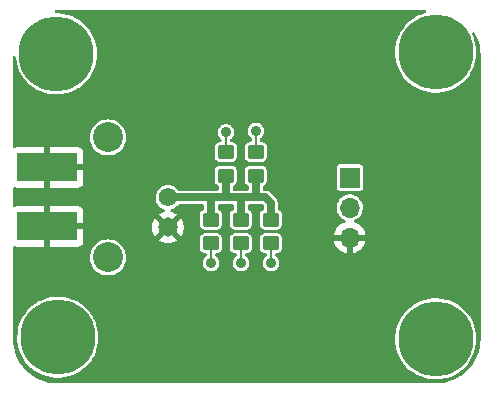
<source format=gbl>
%TF.GenerationSoftware,KiCad,Pcbnew,(6.0.1)*%
%TF.CreationDate,2022-07-06T10:53:35-04:00*%
%TF.ProjectId,DRIVE50,44524956-4535-4302-9e6b-696361645f70,1*%
%TF.SameCoordinates,Original*%
%TF.FileFunction,Copper,L2,Bot*%
%TF.FilePolarity,Positive*%
%FSLAX46Y46*%
G04 Gerber Fmt 4.6, Leading zero omitted, Abs format (unit mm)*
G04 Created by KiCad (PCBNEW (6.0.1)) date 2022-07-06 10:53:35*
%MOMM*%
%LPD*%
G01*
G04 APERTURE LIST*
G04 Aperture macros list*
%AMRoundRect*
0 Rectangle with rounded corners*
0 $1 Rounding radius*
0 $2 $3 $4 $5 $6 $7 $8 $9 X,Y pos of 4 corners*
0 Add a 4 corners polygon primitive as box body*
4,1,4,$2,$3,$4,$5,$6,$7,$8,$9,$2,$3,0*
0 Add four circle primitives for the rounded corners*
1,1,$1+$1,$2,$3*
1,1,$1+$1,$4,$5*
1,1,$1+$1,$6,$7*
1,1,$1+$1,$8,$9*
0 Add four rect primitives between the rounded corners*
20,1,$1+$1,$2,$3,$4,$5,0*
20,1,$1+$1,$4,$5,$6,$7,0*
20,1,$1+$1,$6,$7,$8,$9,0*
20,1,$1+$1,$8,$9,$2,$3,0*%
G04 Aperture macros list end*
%TA.AperFunction,ComponentPad*%
%ADD10C,2.540000*%
%TD*%
%TA.AperFunction,ComponentPad*%
%ADD11C,1.574800*%
%TD*%
%TA.AperFunction,ComponentPad*%
%ADD12C,1.651000*%
%TD*%
%TA.AperFunction,SMDPad,CuDef*%
%ADD13R,5.080000X2.413000*%
%TD*%
%TA.AperFunction,ComponentPad*%
%ADD14C,6.350000*%
%TD*%
%TA.AperFunction,ComponentPad*%
%ADD15R,1.700000X1.700000*%
%TD*%
%TA.AperFunction,ComponentPad*%
%ADD16O,1.700000X1.700000*%
%TD*%
%TA.AperFunction,SMDPad,CuDef*%
%ADD17RoundRect,0.250000X-0.450000X0.350000X-0.450000X-0.350000X0.450000X-0.350000X0.450000X0.350000X0*%
%TD*%
%TA.AperFunction,SMDPad,CuDef*%
%ADD18RoundRect,0.250000X0.450000X-0.350000X0.450000X0.350000X-0.450000X0.350000X-0.450000X-0.350000X0*%
%TD*%
%TA.AperFunction,ViaPad*%
%ADD19C,0.889000*%
%TD*%
%TA.AperFunction,Conductor*%
%ADD20C,0.635000*%
%TD*%
%TA.AperFunction,Conductor*%
%ADD21C,0.203200*%
%TD*%
G04 APERTURE END LIST*
D10*
%TO.P,PB1,*%
%TO.N,*%
X124493000Y-109481000D03*
X124493000Y-99321000D03*
D11*
%TO.P,PB1,1,In*%
%TO.N,Net-(PA1-Pad1)*%
X129573000Y-104401000D03*
D12*
%TO.P,PB1,2,Ext*%
%TO.N,GND*%
X129573000Y-106941000D03*
%TD*%
D13*
%TO.P,PA1,2,Ext*%
%TO.N,GND*%
X119367000Y-106857000D03*
X119367000Y-101857000D03*
%TD*%
D14*
%TO.P,MTG1,1*%
%TO.N,N/C*%
X120123000Y-92250000D03*
%TD*%
%TO.P,MTG4,1*%
%TO.N,N/C*%
X152248000Y-116377000D03*
%TD*%
D15*
%TO.P,J1,1,Pin_1*%
%TO.N,Net-(J1-Pad1)*%
X144964000Y-102721000D03*
D16*
%TO.P,J1,2,Pin_2*%
%TO.N,VCC*%
X144964000Y-105261000D03*
%TO.P,J1,3,Pin_3*%
%TO.N,GND*%
X144964000Y-107801000D03*
%TD*%
D14*
%TO.P,MTG2,1*%
%TO.N,N/C*%
X152248000Y-92123000D03*
%TD*%
%TO.P,MTG3,1*%
%TO.N,N/C*%
X120250000Y-116250000D03*
%TD*%
D17*
%TO.P,R2,1*%
%TO.N,Net-(R2-Pad1)*%
X137020000Y-100563000D03*
%TO.P,R2,2*%
%TO.N,Net-(PA1-Pad1)*%
X137020000Y-102563000D03*
%TD*%
%TO.P,R3,1*%
%TO.N,Net-(R3-Pad1)*%
X134480000Y-100563000D03*
%TO.P,R3,2*%
%TO.N,Net-(PA1-Pad1)*%
X134480000Y-102563000D03*
%TD*%
D18*
%TO.P,R4,1*%
%TO.N,Net-(R4-Pad1)*%
X133210000Y-108278000D03*
%TO.P,R4,2*%
%TO.N,Net-(PA1-Pad1)*%
X133210000Y-106278000D03*
%TD*%
%TO.P,R5,1*%
%TO.N,Net-(R5-Pad1)*%
X135750000Y-108278000D03*
%TO.P,R5,2*%
%TO.N,Net-(PA1-Pad1)*%
X135750000Y-106278000D03*
%TD*%
%TO.P,R6,1*%
%TO.N,Net-(R6-Pad1)*%
X138290000Y-108278000D03*
%TO.P,R6,2*%
%TO.N,Net-(PA1-Pad1)*%
X138290000Y-106278000D03*
%TD*%
D19*
%TO.N,GND*%
X141766000Y-114517000D03*
X122923000Y-106897000D03*
X140957000Y-113247000D03*
X122973800Y-101918600D03*
X132067000Y-101563000D03*
%TO.N,Net-(R3-Pad1)*%
X134480000Y-98896000D03*
%TO.N,Net-(R2-Pad1)*%
X137020000Y-98769000D03*
%TO.N,Net-(R4-Pad1)*%
X133210000Y-109945000D03*
%TO.N,Net-(R5-Pad1)*%
X135750000Y-109945000D03*
%TO.N,Net-(R6-Pad1)*%
X138290000Y-109945000D03*
%TD*%
D20*
%TO.N,Net-(PA1-Pad1)*%
X133210000Y-104484000D02*
X133293000Y-104401000D01*
X135750000Y-105928000D02*
X135750000Y-104572000D01*
X135921000Y-104401000D02*
X137064000Y-104401000D01*
X137020000Y-104357000D02*
X137064000Y-104401000D01*
X137020000Y-102913000D02*
X137020000Y-104357000D01*
X137826000Y-104401000D02*
X138290000Y-104865000D01*
X129573000Y-104401000D02*
X133293000Y-104401000D01*
X138290000Y-104865000D02*
X138290000Y-105928000D01*
X137064000Y-104401000D02*
X137826000Y-104401000D01*
X134480000Y-102913000D02*
X134480000Y-104230000D01*
X134651000Y-104401000D02*
X135921000Y-104401000D01*
X134480000Y-104230000D02*
X134651000Y-104401000D01*
X133293000Y-104401000D02*
X134651000Y-104401000D01*
X133210000Y-105928000D02*
X133210000Y-104484000D01*
X135750000Y-104572000D02*
X135921000Y-104401000D01*
D21*
%TO.N,Net-(R3-Pad1)*%
X134480000Y-98896000D02*
X134480000Y-100213000D01*
%TO.N,Net-(R2-Pad1)*%
X137020000Y-100213000D02*
X137020000Y-98769000D01*
%TO.N,Net-(R4-Pad1)*%
X133210000Y-109945000D02*
X133210000Y-108628000D01*
%TO.N,Net-(R5-Pad1)*%
X135750000Y-109945000D02*
X135750000Y-108628000D01*
%TO.N,Net-(R6-Pad1)*%
X138290000Y-109818000D02*
X138290000Y-108628000D01*
%TD*%
%TA.AperFunction,Conductor*%
%TO.N,GND*%
G36*
X151388550Y-88580202D02*
G01*
X151435043Y-88633858D01*
X151445147Y-88704132D01*
X151415653Y-88768712D01*
X151355927Y-88807096D01*
X151347271Y-88809308D01*
X151335938Y-88811779D01*
X150983663Y-88929648D01*
X150980570Y-88931070D01*
X150980569Y-88931071D01*
X150832466Y-88999191D01*
X150646178Y-89084874D01*
X150327431Y-89275640D01*
X150031152Y-89499714D01*
X149760805Y-89754476D01*
X149519554Y-90036945D01*
X149310220Y-90343817D01*
X149254667Y-90447859D01*
X149193780Y-90561890D01*
X149135252Y-90671502D01*
X149133977Y-90674674D01*
X149133975Y-90674678D01*
X149039435Y-90909856D01*
X148996698Y-91016167D01*
X148896178Y-91373779D01*
X148895616Y-91377136D01*
X148895616Y-91377137D01*
X148872967Y-91512484D01*
X148834867Y-91740156D01*
X148813484Y-92111011D01*
X148832278Y-92482007D01*
X148832815Y-92485362D01*
X148832816Y-92485368D01*
X148858346Y-92644756D01*
X148891029Y-92848803D01*
X148989050Y-93207108D01*
X149125195Y-93552732D01*
X149126778Y-93555747D01*
X149207337Y-93709189D01*
X149297870Y-93881630D01*
X149299771Y-93884459D01*
X149299777Y-93884469D01*
X149385118Y-94011469D01*
X149505057Y-94189956D01*
X149744330Y-94474102D01*
X149746790Y-94476453D01*
X149746793Y-94476456D01*
X150010429Y-94728392D01*
X150010436Y-94728398D01*
X150012892Y-94730745D01*
X150307600Y-94956883D01*
X150310518Y-94958657D01*
X150622092Y-95148097D01*
X150622097Y-95148100D01*
X150625007Y-95149869D01*
X150628095Y-95151315D01*
X150628094Y-95151315D01*
X150958316Y-95306003D01*
X150958326Y-95306007D01*
X150961400Y-95307447D01*
X150964618Y-95308549D01*
X150964621Y-95308550D01*
X151309620Y-95426670D01*
X151309628Y-95426672D01*
X151312843Y-95427773D01*
X151675227Y-95509440D01*
X151726238Y-95515252D01*
X152040927Y-95551107D01*
X152040935Y-95551107D01*
X152044310Y-95551492D01*
X152047714Y-95551510D01*
X152047717Y-95551510D01*
X152249764Y-95552568D01*
X152415776Y-95553437D01*
X152419162Y-95553087D01*
X152419164Y-95553087D01*
X152781888Y-95515603D01*
X152781896Y-95515602D01*
X152785280Y-95515252D01*
X152788613Y-95514537D01*
X152788616Y-95514537D01*
X152967579Y-95476171D01*
X153148498Y-95437385D01*
X153501183Y-95320746D01*
X153504267Y-95319340D01*
X153504276Y-95319337D01*
X153836100Y-95168115D01*
X153836101Y-95168115D01*
X153839207Y-95166699D01*
X153982190Y-95081802D01*
X154155673Y-94978796D01*
X154155678Y-94978793D01*
X154158618Y-94977047D01*
X154455678Y-94754008D01*
X154726912Y-94500191D01*
X154969148Y-94218566D01*
X155111482Y-94011469D01*
X155177622Y-93915236D01*
X155177627Y-93915228D01*
X155179552Y-93912427D01*
X155181164Y-93909433D01*
X155181169Y-93909425D01*
X155354040Y-93588367D01*
X155355662Y-93585355D01*
X155495419Y-93241176D01*
X155597187Y-92883917D01*
X155638068Y-92644756D01*
X155659204Y-92521103D01*
X155659204Y-92521101D01*
X155659776Y-92517756D01*
X155661963Y-92482007D01*
X155682343Y-92148774D01*
X155682453Y-92146977D01*
X155682537Y-92123000D01*
X155662448Y-91752072D01*
X155602417Y-91385484D01*
X155503146Y-91027522D01*
X155501888Y-91024360D01*
X155501885Y-91024352D01*
X155367054Y-90685540D01*
X155365795Y-90682376D01*
X155319405Y-90594760D01*
X155305206Y-90525199D01*
X155330869Y-90459003D01*
X155388247Y-90417190D01*
X155459122Y-90413036D01*
X155520992Y-90447859D01*
X155538832Y-90471025D01*
X155593295Y-90561890D01*
X155599125Y-90572795D01*
X155753139Y-90898432D01*
X155757871Y-90909856D01*
X155879226Y-91249021D01*
X155882815Y-91260853D01*
X155970343Y-91610280D01*
X155972754Y-91622405D01*
X156011332Y-91882474D01*
X156025609Y-91978725D01*
X156026821Y-91991031D01*
X156043009Y-92320553D01*
X156042294Y-92328618D01*
X156042778Y-92328619D01*
X156042754Y-92342808D01*
X156039574Y-92356636D01*
X156042706Y-92370476D01*
X156042698Y-92374992D01*
X156044800Y-92393809D01*
X156044800Y-116319609D01*
X156042763Y-116337553D01*
X156042754Y-116342808D01*
X156039574Y-116356636D01*
X156042705Y-116370474D01*
X156042680Y-116384665D01*
X156042324Y-116384664D01*
X156043037Y-116392874D01*
X156026821Y-116722968D01*
X156025609Y-116735269D01*
X155972755Y-117091592D01*
X155970343Y-117103720D01*
X155882815Y-117453147D01*
X155879226Y-117464979D01*
X155757871Y-117804144D01*
X155753139Y-117815568D01*
X155599125Y-118141205D01*
X155593298Y-118152105D01*
X155501189Y-118305780D01*
X155408104Y-118461083D01*
X155401234Y-118471364D01*
X155186653Y-118760692D01*
X155178809Y-118770250D01*
X154936900Y-119037156D01*
X154928156Y-119045900D01*
X154661250Y-119287809D01*
X154651692Y-119295653D01*
X154362364Y-119510234D01*
X154352083Y-119517104D01*
X154276261Y-119562550D01*
X154061314Y-119691385D01*
X154043110Y-119702296D01*
X154032209Y-119708123D01*
X153916838Y-119762689D01*
X153706568Y-119862139D01*
X153695144Y-119866871D01*
X153355979Y-119988226D01*
X153344147Y-119991815D01*
X153097532Y-120053590D01*
X152994717Y-120079344D01*
X152982595Y-120081754D01*
X152626267Y-120134610D01*
X152613975Y-120135820D01*
X152398622Y-120146400D01*
X152284447Y-120152009D01*
X152276382Y-120151294D01*
X152276381Y-120151778D01*
X152262192Y-120151754D01*
X152248364Y-120148574D01*
X152234524Y-120151706D01*
X152230008Y-120151698D01*
X152211191Y-120153800D01*
X120285391Y-120153800D01*
X120267447Y-120151763D01*
X120262192Y-120151754D01*
X120248364Y-120148574D01*
X120234526Y-120151705D01*
X120220335Y-120151680D01*
X120220336Y-120151324D01*
X120212126Y-120152037D01*
X120104095Y-120146730D01*
X119882027Y-120135820D01*
X119869731Y-120134609D01*
X119513405Y-120081754D01*
X119501283Y-120079344D01*
X119158898Y-119993580D01*
X119149684Y-119990894D01*
X119118722Y-119980574D01*
X119116160Y-119979689D01*
X118800856Y-119866871D01*
X118789432Y-119862139D01*
X118579162Y-119762689D01*
X118463791Y-119708123D01*
X118452890Y-119702296D01*
X118434687Y-119691385D01*
X118219739Y-119562550D01*
X118143917Y-119517104D01*
X118133636Y-119510234D01*
X117844308Y-119295653D01*
X117834750Y-119287809D01*
X117567844Y-119045900D01*
X117559100Y-119037156D01*
X117317191Y-118770250D01*
X117309347Y-118760692D01*
X117094766Y-118471364D01*
X117087896Y-118461083D01*
X116994811Y-118305780D01*
X116902702Y-118152105D01*
X116896875Y-118141205D01*
X116742861Y-117815568D01*
X116738129Y-117804144D01*
X116625311Y-117488840D01*
X116624412Y-117486237D01*
X116617326Y-117464979D01*
X116614108Y-117455324D01*
X116611419Y-117446099D01*
X116525657Y-117103720D01*
X116523245Y-117091592D01*
X116470391Y-116735269D01*
X116469179Y-116722969D01*
X116465501Y-116648103D01*
X116453004Y-116393732D01*
X116454964Y-116371886D01*
X116453996Y-116371775D01*
X116454812Y-116364686D01*
X116456425Y-116357728D01*
X116456426Y-116357000D01*
X116454354Y-116347918D01*
X116451200Y-116319903D01*
X116451200Y-116238011D01*
X116815484Y-116238011D01*
X116815656Y-116241406D01*
X116815656Y-116241407D01*
X116821493Y-116356636D01*
X116834278Y-116609007D01*
X116834815Y-116612362D01*
X116834816Y-116612368D01*
X116860346Y-116771756D01*
X116893029Y-116975803D01*
X116991050Y-117334108D01*
X117127195Y-117679732D01*
X117128778Y-117682747D01*
X117209337Y-117836189D01*
X117299870Y-118008630D01*
X117301771Y-118011459D01*
X117301777Y-118011469D01*
X117403888Y-118163425D01*
X117507057Y-118316956D01*
X117746330Y-118601102D01*
X117748790Y-118603453D01*
X117748793Y-118603456D01*
X118012429Y-118855392D01*
X118012436Y-118855398D01*
X118014892Y-118857745D01*
X118309600Y-119083883D01*
X118312518Y-119085657D01*
X118624092Y-119275097D01*
X118624097Y-119275100D01*
X118627007Y-119276869D01*
X118630095Y-119278315D01*
X118630094Y-119278315D01*
X118960316Y-119433003D01*
X118960326Y-119433007D01*
X118963400Y-119434447D01*
X118966618Y-119435549D01*
X118966621Y-119435550D01*
X119311620Y-119553670D01*
X119311628Y-119553672D01*
X119314843Y-119554773D01*
X119677227Y-119636440D01*
X119728238Y-119642252D01*
X120042927Y-119678107D01*
X120042935Y-119678107D01*
X120046310Y-119678492D01*
X120049714Y-119678510D01*
X120049717Y-119678510D01*
X120251764Y-119679568D01*
X120417776Y-119680437D01*
X120421162Y-119680087D01*
X120421164Y-119680087D01*
X120783888Y-119642603D01*
X120783896Y-119642602D01*
X120787280Y-119642252D01*
X120790613Y-119641537D01*
X120790616Y-119641537D01*
X120969579Y-119603171D01*
X121150498Y-119564385D01*
X121503183Y-119447746D01*
X121506267Y-119446340D01*
X121506276Y-119446337D01*
X121838100Y-119295115D01*
X121838101Y-119295115D01*
X121841207Y-119293699D01*
X122012990Y-119191702D01*
X122157673Y-119105796D01*
X122157678Y-119105793D01*
X122160618Y-119104047D01*
X122249709Y-119037156D01*
X122454945Y-118883060D01*
X122457678Y-118881008D01*
X122728912Y-118627191D01*
X122971148Y-118345566D01*
X123113482Y-118138469D01*
X123179622Y-118042236D01*
X123179627Y-118042228D01*
X123181552Y-118039427D01*
X123183164Y-118036433D01*
X123183169Y-118036425D01*
X123356040Y-117715367D01*
X123357662Y-117712355D01*
X123497419Y-117368176D01*
X123599187Y-117010917D01*
X123640068Y-116771756D01*
X123661204Y-116648103D01*
X123661204Y-116648101D01*
X123661776Y-116644756D01*
X123663963Y-116609007D01*
X123678885Y-116365011D01*
X148813484Y-116365011D01*
X148813656Y-116368406D01*
X148813656Y-116368407D01*
X148827655Y-116644756D01*
X148832278Y-116736007D01*
X148832815Y-116739362D01*
X148832816Y-116739368D01*
X148838004Y-116771756D01*
X148891029Y-117102803D01*
X148989050Y-117461108D01*
X149125195Y-117806732D01*
X149126778Y-117809747D01*
X149231194Y-118008630D01*
X149297870Y-118135630D01*
X149299771Y-118138459D01*
X149299777Y-118138469D01*
X149437052Y-118342754D01*
X149505057Y-118443956D01*
X149744330Y-118728102D01*
X149746790Y-118730453D01*
X149746793Y-118730456D01*
X150010429Y-118982392D01*
X150010436Y-118982398D01*
X150012892Y-118984745D01*
X150307600Y-119210883D01*
X150310518Y-119212657D01*
X150622092Y-119402097D01*
X150622097Y-119402100D01*
X150625007Y-119403869D01*
X150628095Y-119405315D01*
X150628094Y-119405315D01*
X150958316Y-119560003D01*
X150958326Y-119560007D01*
X150961400Y-119561447D01*
X150964618Y-119562549D01*
X150964621Y-119562550D01*
X151309620Y-119680670D01*
X151309628Y-119680672D01*
X151312843Y-119681773D01*
X151675227Y-119763440D01*
X151726238Y-119769252D01*
X152040927Y-119805107D01*
X152040935Y-119805107D01*
X152044310Y-119805492D01*
X152047714Y-119805510D01*
X152047717Y-119805510D01*
X152249764Y-119806568D01*
X152415776Y-119807437D01*
X152419162Y-119807087D01*
X152419164Y-119807087D01*
X152781888Y-119769603D01*
X152781896Y-119769602D01*
X152785280Y-119769252D01*
X152788613Y-119768537D01*
X152788616Y-119768537D01*
X152967579Y-119730171D01*
X153148498Y-119691385D01*
X153501183Y-119574746D01*
X153504267Y-119573340D01*
X153504276Y-119573337D01*
X153836100Y-119422115D01*
X153836101Y-119422115D01*
X153839207Y-119420699D01*
X154063020Y-119287809D01*
X154155673Y-119232796D01*
X154155678Y-119232793D01*
X154158618Y-119231047D01*
X154455678Y-119008008D01*
X154726912Y-118754191D01*
X154969148Y-118472566D01*
X155079606Y-118311849D01*
X155177622Y-118169236D01*
X155177627Y-118169228D01*
X155179552Y-118166427D01*
X155181164Y-118163433D01*
X155181169Y-118163425D01*
X155354040Y-117842367D01*
X155355662Y-117839355D01*
X155495419Y-117495176D01*
X155497966Y-117486237D01*
X155596253Y-117141195D01*
X155597187Y-117137917D01*
X155604058Y-117097719D01*
X155659204Y-116775103D01*
X155659204Y-116775101D01*
X155659776Y-116771756D01*
X155661963Y-116736007D01*
X155682343Y-116402774D01*
X155682453Y-116400977D01*
X155682537Y-116377000D01*
X155662448Y-116006072D01*
X155602417Y-115639484D01*
X155503146Y-115281522D01*
X155501888Y-115278360D01*
X155501885Y-115278352D01*
X155367054Y-114939540D01*
X155365795Y-114936376D01*
X155191973Y-114608083D01*
X154983711Y-114300482D01*
X154743448Y-114017173D01*
X154473992Y-113761469D01*
X154178496Y-113536361D01*
X154175584Y-113534604D01*
X154175579Y-113534601D01*
X153863332Y-113346242D01*
X153863326Y-113346239D01*
X153860417Y-113344484D01*
X153578520Y-113213631D01*
X153526573Y-113189518D01*
X153526571Y-113189517D01*
X153523477Y-113188081D01*
X153347546Y-113128532D01*
X153174842Y-113070075D01*
X153174837Y-113070074D01*
X153171615Y-113068983D01*
X153168293Y-113068247D01*
X153168284Y-113068244D01*
X152812279Y-112989319D01*
X152812275Y-112989318D01*
X152808949Y-112988581D01*
X152657770Y-112971891D01*
X152443103Y-112948191D01*
X152443096Y-112948191D01*
X152439721Y-112947818D01*
X152436322Y-112947812D01*
X152436321Y-112947812D01*
X152260647Y-112947506D01*
X152068250Y-112947170D01*
X151930085Y-112961936D01*
X151702266Y-112986282D01*
X151702260Y-112986283D01*
X151698882Y-112986644D01*
X151335938Y-113065779D01*
X150983663Y-113183648D01*
X150646178Y-113338874D01*
X150327431Y-113529640D01*
X150031152Y-113753714D01*
X149760805Y-114008476D01*
X149519554Y-114290945D01*
X149310220Y-114597817D01*
X149135252Y-114925502D01*
X149133977Y-114928674D01*
X149133975Y-114928678D01*
X149047752Y-115143167D01*
X148996698Y-115270167D01*
X148896178Y-115627779D01*
X148895616Y-115631136D01*
X148895616Y-115631137D01*
X148854689Y-115875708D01*
X148834867Y-115994156D01*
X148813484Y-116365011D01*
X123678885Y-116365011D01*
X123684343Y-116275774D01*
X123684453Y-116273977D01*
X123684537Y-116250000D01*
X123664448Y-115879072D01*
X123604417Y-115512484D01*
X123505146Y-115154522D01*
X123503888Y-115151360D01*
X123503885Y-115151352D01*
X123369054Y-114812540D01*
X123367795Y-114809376D01*
X123257368Y-114600816D01*
X123195568Y-114484095D01*
X123195566Y-114484092D01*
X123193973Y-114481083D01*
X122985711Y-114173482D01*
X122745448Y-113890173D01*
X122475992Y-113634469D01*
X122180496Y-113409361D01*
X122177584Y-113407604D01*
X122177579Y-113407601D01*
X121865332Y-113219242D01*
X121865326Y-113219239D01*
X121862417Y-113217484D01*
X121544853Y-113070075D01*
X121528573Y-113062518D01*
X121528571Y-113062517D01*
X121525477Y-113061081D01*
X121304492Y-112986282D01*
X121176842Y-112943075D01*
X121176837Y-112943074D01*
X121173615Y-112941983D01*
X121170293Y-112941247D01*
X121170284Y-112941244D01*
X120814279Y-112862319D01*
X120814275Y-112862318D01*
X120810949Y-112861581D01*
X120659770Y-112844891D01*
X120445103Y-112821191D01*
X120445096Y-112821191D01*
X120441721Y-112820818D01*
X120438322Y-112820812D01*
X120438321Y-112820812D01*
X120262647Y-112820506D01*
X120070250Y-112820170D01*
X119932085Y-112834936D01*
X119704266Y-112859282D01*
X119704260Y-112859283D01*
X119700882Y-112859644D01*
X119337938Y-112938779D01*
X118985663Y-113056648D01*
X118982570Y-113058070D01*
X118982569Y-113058071D01*
X118793457Y-113145053D01*
X118648178Y-113211874D01*
X118329431Y-113402640D01*
X118033152Y-113626714D01*
X117762805Y-113881476D01*
X117521554Y-114163945D01*
X117312220Y-114470817D01*
X117137252Y-114798502D01*
X117135977Y-114801674D01*
X117135975Y-114801678D01*
X117083040Y-114933360D01*
X116998698Y-115143167D01*
X116898178Y-115500779D01*
X116897616Y-115504136D01*
X116897616Y-115504137D01*
X116874967Y-115639484D01*
X116836867Y-115867156D01*
X116815484Y-116238011D01*
X116451200Y-116238011D01*
X116451200Y-109481000D01*
X122963786Y-109481000D01*
X122982613Y-109720222D01*
X122983767Y-109725029D01*
X122983768Y-109725035D01*
X122998064Y-109784580D01*
X123038631Y-109953553D01*
X123040524Y-109958124D01*
X123040525Y-109958126D01*
X123107460Y-110119721D01*
X123130460Y-110175249D01*
X123255840Y-110379849D01*
X123411682Y-110562318D01*
X123415444Y-110565531D01*
X123506830Y-110643581D01*
X123594151Y-110718160D01*
X123798751Y-110843540D01*
X123803321Y-110845433D01*
X123803323Y-110845434D01*
X124015874Y-110933475D01*
X124020447Y-110935369D01*
X124102037Y-110954957D01*
X124248965Y-110990232D01*
X124248971Y-110990233D01*
X124253778Y-110991387D01*
X124493000Y-111010214D01*
X124732222Y-110991387D01*
X124737029Y-110990233D01*
X124737035Y-110990232D01*
X124883963Y-110954957D01*
X124965553Y-110935369D01*
X124970126Y-110933475D01*
X125182677Y-110845434D01*
X125182679Y-110845433D01*
X125187249Y-110843540D01*
X125391849Y-110718160D01*
X125479171Y-110643581D01*
X125570556Y-110565531D01*
X125574318Y-110562318D01*
X125730160Y-110379849D01*
X125855540Y-110175249D01*
X125878541Y-110119721D01*
X125945475Y-109958126D01*
X125945476Y-109958124D01*
X125947369Y-109953553D01*
X125987936Y-109784580D01*
X126002232Y-109725035D01*
X126002233Y-109725029D01*
X126003387Y-109720222D01*
X126022214Y-109481000D01*
X126003387Y-109241778D01*
X126002233Y-109236971D01*
X126002232Y-109236965D01*
X125963364Y-109075071D01*
X125947369Y-109008447D01*
X125908213Y-108913916D01*
X125857434Y-108791323D01*
X125857433Y-108791321D01*
X125855540Y-108786751D01*
X125787522Y-108675756D01*
X132255500Y-108675756D01*
X132262202Y-108737448D01*
X132312929Y-108872764D01*
X132318309Y-108879943D01*
X132318311Y-108879946D01*
X132384287Y-108967977D01*
X132399596Y-108988404D01*
X132406776Y-108993785D01*
X132508054Y-109069689D01*
X132508057Y-109069691D01*
X132515236Y-109075071D01*
X132602283Y-109107703D01*
X132643157Y-109123026D01*
X132643159Y-109123026D01*
X132650552Y-109125798D01*
X132658402Y-109126651D01*
X132658403Y-109126651D01*
X132708847Y-109132131D01*
X132712244Y-109132500D01*
X132727900Y-109132500D01*
X132796021Y-109152502D01*
X132842514Y-109206158D01*
X132853900Y-109258500D01*
X132853900Y-109270719D01*
X132833898Y-109338840D01*
X132810730Y-109365667D01*
X132686726Y-109473842D01*
X132589444Y-109612261D01*
X132527988Y-109769889D01*
X132505905Y-109937626D01*
X132524470Y-110105790D01*
X132582612Y-110264670D01*
X132586848Y-110270973D01*
X132586848Y-110270974D01*
X132672740Y-110398796D01*
X132672743Y-110398799D01*
X132676974Y-110405096D01*
X132802108Y-110518959D01*
X132950791Y-110599687D01*
X133114438Y-110642619D01*
X133202047Y-110643996D01*
X133276004Y-110645158D01*
X133276007Y-110645158D01*
X133283602Y-110645277D01*
X133341723Y-110631965D01*
X133441114Y-110609202D01*
X133441118Y-110609201D01*
X133448517Y-110607506D01*
X133599662Y-110531488D01*
X133605433Y-110526559D01*
X133605436Y-110526557D01*
X133722539Y-110426541D01*
X133722540Y-110426540D01*
X133728311Y-110421611D01*
X133827037Y-110284219D01*
X133832362Y-110270974D01*
X133869145Y-110179472D01*
X133890141Y-110127243D01*
X133913980Y-109959746D01*
X133914134Y-109945000D01*
X133912331Y-109930095D01*
X133894721Y-109784580D01*
X133893809Y-109777040D01*
X133834006Y-109618778D01*
X133738179Y-109479348D01*
X133732000Y-109473842D01*
X133611859Y-109366801D01*
X133613316Y-109365166D01*
X133575666Y-109318396D01*
X133566100Y-109270238D01*
X133566100Y-109258500D01*
X133586102Y-109190379D01*
X133639758Y-109143886D01*
X133692100Y-109132500D01*
X133707756Y-109132500D01*
X133711153Y-109132131D01*
X133761597Y-109126651D01*
X133761598Y-109126651D01*
X133769448Y-109125798D01*
X133776841Y-109123026D01*
X133776843Y-109123026D01*
X133817717Y-109107703D01*
X133904764Y-109075071D01*
X133911943Y-109069691D01*
X133911946Y-109069689D01*
X134013224Y-108993785D01*
X134020404Y-108988404D01*
X134035713Y-108967977D01*
X134101689Y-108879946D01*
X134101691Y-108879943D01*
X134107071Y-108872764D01*
X134157798Y-108737448D01*
X134164500Y-108675756D01*
X134795500Y-108675756D01*
X134802202Y-108737448D01*
X134852929Y-108872764D01*
X134858309Y-108879943D01*
X134858311Y-108879946D01*
X134924287Y-108967977D01*
X134939596Y-108988404D01*
X134946776Y-108993785D01*
X135048054Y-109069689D01*
X135048057Y-109069691D01*
X135055236Y-109075071D01*
X135142283Y-109107703D01*
X135183157Y-109123026D01*
X135183159Y-109123026D01*
X135190552Y-109125798D01*
X135198402Y-109126651D01*
X135198403Y-109126651D01*
X135248847Y-109132131D01*
X135252244Y-109132500D01*
X135267900Y-109132500D01*
X135336021Y-109152502D01*
X135382514Y-109206158D01*
X135393900Y-109258500D01*
X135393900Y-109270719D01*
X135373898Y-109338840D01*
X135350730Y-109365667D01*
X135226726Y-109473842D01*
X135129444Y-109612261D01*
X135067988Y-109769889D01*
X135045905Y-109937626D01*
X135064470Y-110105790D01*
X135122612Y-110264670D01*
X135126848Y-110270973D01*
X135126848Y-110270974D01*
X135212740Y-110398796D01*
X135212743Y-110398799D01*
X135216974Y-110405096D01*
X135342108Y-110518959D01*
X135490791Y-110599687D01*
X135654438Y-110642619D01*
X135742047Y-110643996D01*
X135816004Y-110645158D01*
X135816007Y-110645158D01*
X135823602Y-110645277D01*
X135881723Y-110631965D01*
X135981114Y-110609202D01*
X135981118Y-110609201D01*
X135988517Y-110607506D01*
X136139662Y-110531488D01*
X136145433Y-110526559D01*
X136145436Y-110526557D01*
X136262539Y-110426541D01*
X136262540Y-110426540D01*
X136268311Y-110421611D01*
X136367037Y-110284219D01*
X136372362Y-110270974D01*
X136409145Y-110179472D01*
X136430141Y-110127243D01*
X136453980Y-109959746D01*
X136454134Y-109945000D01*
X136452331Y-109930095D01*
X136434721Y-109784580D01*
X136433809Y-109777040D01*
X136374006Y-109618778D01*
X136278179Y-109479348D01*
X136272000Y-109473842D01*
X136151859Y-109366801D01*
X136153316Y-109365166D01*
X136115666Y-109318396D01*
X136106100Y-109270238D01*
X136106100Y-109258500D01*
X136126102Y-109190379D01*
X136179758Y-109143886D01*
X136232100Y-109132500D01*
X136247756Y-109132500D01*
X136251153Y-109132131D01*
X136301597Y-109126651D01*
X136301598Y-109126651D01*
X136309448Y-109125798D01*
X136316841Y-109123026D01*
X136316843Y-109123026D01*
X136357717Y-109107703D01*
X136444764Y-109075071D01*
X136451943Y-109069691D01*
X136451946Y-109069689D01*
X136553224Y-108993785D01*
X136560404Y-108988404D01*
X136575713Y-108967977D01*
X136641689Y-108879946D01*
X136641691Y-108879943D01*
X136647071Y-108872764D01*
X136697798Y-108737448D01*
X136704500Y-108675756D01*
X137335500Y-108675756D01*
X137342202Y-108737448D01*
X137392929Y-108872764D01*
X137398309Y-108879943D01*
X137398311Y-108879946D01*
X137464287Y-108967977D01*
X137479596Y-108988404D01*
X137486776Y-108993785D01*
X137588054Y-109069689D01*
X137588057Y-109069691D01*
X137595236Y-109075071D01*
X137682283Y-109107703D01*
X137723157Y-109123026D01*
X137723159Y-109123026D01*
X137730552Y-109125798D01*
X137738402Y-109126651D01*
X137738403Y-109126651D01*
X137788847Y-109132131D01*
X137792244Y-109132500D01*
X137807900Y-109132500D01*
X137876021Y-109152502D01*
X137922514Y-109206158D01*
X137933900Y-109258500D01*
X137933900Y-109270719D01*
X137913898Y-109338840D01*
X137890730Y-109365667D01*
X137766726Y-109473842D01*
X137669444Y-109612261D01*
X137607988Y-109769889D01*
X137585905Y-109937626D01*
X137604470Y-110105790D01*
X137662612Y-110264670D01*
X137666848Y-110270973D01*
X137666848Y-110270974D01*
X137752740Y-110398796D01*
X137752743Y-110398799D01*
X137756974Y-110405096D01*
X137882108Y-110518959D01*
X138030791Y-110599687D01*
X138194438Y-110642619D01*
X138282047Y-110643996D01*
X138356004Y-110645158D01*
X138356007Y-110645158D01*
X138363602Y-110645277D01*
X138421723Y-110631965D01*
X138521114Y-110609202D01*
X138521118Y-110609201D01*
X138528517Y-110607506D01*
X138679662Y-110531488D01*
X138685433Y-110526559D01*
X138685436Y-110526557D01*
X138802539Y-110426541D01*
X138802540Y-110426540D01*
X138808311Y-110421611D01*
X138907037Y-110284219D01*
X138912362Y-110270974D01*
X138949145Y-110179472D01*
X138970141Y-110127243D01*
X138993980Y-109959746D01*
X138994134Y-109945000D01*
X138992331Y-109930095D01*
X138974721Y-109784580D01*
X138973809Y-109777040D01*
X138914006Y-109618778D01*
X138818179Y-109479348D01*
X138812000Y-109473842D01*
X138691859Y-109366801D01*
X138693316Y-109365166D01*
X138655666Y-109318396D01*
X138646100Y-109270238D01*
X138646100Y-109258500D01*
X138666102Y-109190379D01*
X138719758Y-109143886D01*
X138772100Y-109132500D01*
X138787756Y-109132500D01*
X138791153Y-109132131D01*
X138841597Y-109126651D01*
X138841598Y-109126651D01*
X138849448Y-109125798D01*
X138856841Y-109123026D01*
X138856843Y-109123026D01*
X138897717Y-109107703D01*
X138984764Y-109075071D01*
X138991943Y-109069691D01*
X138991946Y-109069689D01*
X139093224Y-108993785D01*
X139100404Y-108988404D01*
X139115713Y-108967977D01*
X139181689Y-108879946D01*
X139181691Y-108879943D01*
X139187071Y-108872764D01*
X139237798Y-108737448D01*
X139244500Y-108675756D01*
X139244500Y-108068966D01*
X143632257Y-108068966D01*
X143662565Y-108203446D01*
X143665645Y-108213275D01*
X143745770Y-108410603D01*
X143750413Y-108419794D01*
X143861694Y-108601388D01*
X143867777Y-108609699D01*
X144007213Y-108770667D01*
X144014580Y-108777883D01*
X144178434Y-108913916D01*
X144186881Y-108919831D01*
X144370756Y-109027279D01*
X144380042Y-109031729D01*
X144579001Y-109107703D01*
X144588899Y-109110579D01*
X144692250Y-109131606D01*
X144706299Y-109130410D01*
X144710000Y-109120065D01*
X144710000Y-109119517D01*
X145218000Y-109119517D01*
X145222064Y-109133359D01*
X145235478Y-109135393D01*
X145242184Y-109134534D01*
X145252262Y-109132392D01*
X145456255Y-109071191D01*
X145465842Y-109067433D01*
X145657095Y-108973739D01*
X145665945Y-108968464D01*
X145839328Y-108844792D01*
X145847200Y-108838139D01*
X145998052Y-108687812D01*
X146004730Y-108679965D01*
X146129003Y-108507020D01*
X146134313Y-108498183D01*
X146228670Y-108307267D01*
X146232469Y-108297672D01*
X146294377Y-108093910D01*
X146296555Y-108083837D01*
X146297986Y-108072962D01*
X146295775Y-108058778D01*
X146282617Y-108055000D01*
X145236115Y-108055000D01*
X145220876Y-108059475D01*
X145219671Y-108060865D01*
X145218000Y-108068548D01*
X145218000Y-109119517D01*
X144710000Y-109119517D01*
X144710000Y-108073115D01*
X144705525Y-108057876D01*
X144704135Y-108056671D01*
X144696452Y-108055000D01*
X143647225Y-108055000D01*
X143633694Y-108058973D01*
X143632257Y-108068966D01*
X139244500Y-108068966D01*
X139244500Y-107880244D01*
X139237798Y-107818552D01*
X139187071Y-107683236D01*
X139181691Y-107676057D01*
X139181689Y-107676054D01*
X139105785Y-107574776D01*
X139100404Y-107567596D01*
X139072923Y-107547000D01*
X139057156Y-107535183D01*
X143628389Y-107535183D01*
X143629912Y-107543607D01*
X143642292Y-107547000D01*
X146282344Y-107547000D01*
X146295875Y-107543027D01*
X146297180Y-107533947D01*
X146255214Y-107366875D01*
X146251894Y-107357124D01*
X146166972Y-107161814D01*
X146162105Y-107152739D01*
X146046426Y-106973926D01*
X146040136Y-106965757D01*
X145896806Y-106808240D01*
X145889273Y-106801215D01*
X145722139Y-106669222D01*
X145713552Y-106663517D01*
X145527117Y-106560599D01*
X145517705Y-106556369D01*
X145403391Y-106515888D01*
X145345855Y-106474294D01*
X145319939Y-106408196D01*
X145333873Y-106338580D01*
X145383232Y-106287549D01*
X145404943Y-106277804D01*
X145415165Y-106274334D01*
X145427908Y-106267198D01*
X145530681Y-106209642D01*
X145592276Y-106175147D01*
X145654934Y-106123035D01*
X145743913Y-106049031D01*
X145748345Y-106045345D01*
X145878147Y-105889276D01*
X145977334Y-105712165D01*
X145979190Y-105706698D01*
X145979192Y-105706693D01*
X146040728Y-105525414D01*
X146040729Y-105525409D01*
X146042584Y-105519945D01*
X146043412Y-105514236D01*
X146043413Y-105514231D01*
X146063297Y-105377088D01*
X146071712Y-105319053D01*
X146073232Y-105261000D01*
X146058616Y-105101930D01*
X146055187Y-105064613D01*
X146055186Y-105064610D01*
X146054658Y-105058859D01*
X146051217Y-105046658D01*
X146001125Y-104869046D01*
X146001124Y-104869044D01*
X145999557Y-104863487D01*
X145996266Y-104856812D01*
X145912331Y-104686609D01*
X145909776Y-104681428D01*
X145788320Y-104518779D01*
X145639258Y-104380987D01*
X145634375Y-104377906D01*
X145634371Y-104377903D01*
X145472464Y-104275748D01*
X145467581Y-104272667D01*
X145279039Y-104197446D01*
X145273379Y-104196320D01*
X145273375Y-104196319D01*
X145085613Y-104158971D01*
X145085610Y-104158971D01*
X145079946Y-104157844D01*
X145074171Y-104157768D01*
X145074167Y-104157768D01*
X144972793Y-104156441D01*
X144876971Y-104155187D01*
X144871274Y-104156166D01*
X144871273Y-104156166D01*
X144713195Y-104183329D01*
X144676910Y-104189564D01*
X144486463Y-104259824D01*
X144312010Y-104363612D01*
X144307670Y-104367418D01*
X144307666Y-104367421D01*
X144198006Y-104463591D01*
X144159392Y-104497455D01*
X144033720Y-104656869D01*
X144031031Y-104661980D01*
X144031029Y-104661983D01*
X144018073Y-104686609D01*
X143939203Y-104836515D01*
X143879007Y-105030378D01*
X143855148Y-105231964D01*
X143868424Y-105434522D01*
X143869845Y-105440118D01*
X143869846Y-105440123D01*
X143900854Y-105562215D01*
X143918392Y-105631269D01*
X143920809Y-105636512D01*
X143958010Y-105717208D01*
X144003377Y-105815616D01*
X144017555Y-105835677D01*
X144046651Y-105876847D01*
X144120533Y-105981389D01*
X144265938Y-106123035D01*
X144434720Y-106235812D01*
X144440023Y-106238090D01*
X144440026Y-106238092D01*
X144507773Y-106267198D01*
X144529853Y-106276684D01*
X144536954Y-106279735D01*
X144591647Y-106325003D01*
X144613184Y-106392654D01*
X144594727Y-106461210D01*
X144542136Y-106508904D01*
X144526361Y-106515268D01*
X144440868Y-106543212D01*
X144431359Y-106547209D01*
X144242463Y-106645542D01*
X144233738Y-106651036D01*
X144063433Y-106778905D01*
X144055726Y-106785748D01*
X143908590Y-106939717D01*
X143902104Y-106947727D01*
X143782098Y-107123649D01*
X143777000Y-107132623D01*
X143687338Y-107325783D01*
X143683775Y-107335470D01*
X143628389Y-107535183D01*
X139057156Y-107535183D01*
X138991946Y-107486311D01*
X138991943Y-107486309D01*
X138984764Y-107480929D01*
X138895046Y-107447296D01*
X138856843Y-107432974D01*
X138856841Y-107432974D01*
X138849448Y-107430202D01*
X138841598Y-107429349D01*
X138841597Y-107429349D01*
X138791153Y-107423869D01*
X138791152Y-107423869D01*
X138787756Y-107423500D01*
X137792244Y-107423500D01*
X137788848Y-107423869D01*
X137788847Y-107423869D01*
X137738403Y-107429349D01*
X137738402Y-107429349D01*
X137730552Y-107430202D01*
X137723159Y-107432974D01*
X137723157Y-107432974D01*
X137684954Y-107447296D01*
X137595236Y-107480929D01*
X137588057Y-107486309D01*
X137588054Y-107486311D01*
X137507077Y-107547000D01*
X137479596Y-107567596D01*
X137474215Y-107574776D01*
X137398311Y-107676054D01*
X137398309Y-107676057D01*
X137392929Y-107683236D01*
X137342202Y-107818552D01*
X137335500Y-107880244D01*
X137335500Y-108675756D01*
X136704500Y-108675756D01*
X136704500Y-107880244D01*
X136697798Y-107818552D01*
X136647071Y-107683236D01*
X136641691Y-107676057D01*
X136641689Y-107676054D01*
X136565785Y-107574776D01*
X136560404Y-107567596D01*
X136532923Y-107547000D01*
X136451946Y-107486311D01*
X136451943Y-107486309D01*
X136444764Y-107480929D01*
X136355046Y-107447296D01*
X136316843Y-107432974D01*
X136316841Y-107432974D01*
X136309448Y-107430202D01*
X136301598Y-107429349D01*
X136301597Y-107429349D01*
X136251153Y-107423869D01*
X136251152Y-107423869D01*
X136247756Y-107423500D01*
X135252244Y-107423500D01*
X135248848Y-107423869D01*
X135248847Y-107423869D01*
X135198403Y-107429349D01*
X135198402Y-107429349D01*
X135190552Y-107430202D01*
X135183159Y-107432974D01*
X135183157Y-107432974D01*
X135144954Y-107447296D01*
X135055236Y-107480929D01*
X135048057Y-107486309D01*
X135048054Y-107486311D01*
X134967077Y-107547000D01*
X134939596Y-107567596D01*
X134934215Y-107574776D01*
X134858311Y-107676054D01*
X134858309Y-107676057D01*
X134852929Y-107683236D01*
X134802202Y-107818552D01*
X134795500Y-107880244D01*
X134795500Y-108675756D01*
X134164500Y-108675756D01*
X134164500Y-107880244D01*
X134157798Y-107818552D01*
X134107071Y-107683236D01*
X134101691Y-107676057D01*
X134101689Y-107676054D01*
X134025785Y-107574776D01*
X134020404Y-107567596D01*
X133992923Y-107547000D01*
X133911946Y-107486311D01*
X133911943Y-107486309D01*
X133904764Y-107480929D01*
X133815046Y-107447296D01*
X133776843Y-107432974D01*
X133776841Y-107432974D01*
X133769448Y-107430202D01*
X133761598Y-107429349D01*
X133761597Y-107429349D01*
X133711153Y-107423869D01*
X133711152Y-107423869D01*
X133707756Y-107423500D01*
X132712244Y-107423500D01*
X132708848Y-107423869D01*
X132708847Y-107423869D01*
X132658403Y-107429349D01*
X132658402Y-107429349D01*
X132650552Y-107430202D01*
X132643159Y-107432974D01*
X132643157Y-107432974D01*
X132604954Y-107447296D01*
X132515236Y-107480929D01*
X132508057Y-107486309D01*
X132508054Y-107486311D01*
X132427077Y-107547000D01*
X132399596Y-107567596D01*
X132394215Y-107574776D01*
X132318311Y-107676054D01*
X132318309Y-107676057D01*
X132312929Y-107683236D01*
X132262202Y-107818552D01*
X132255500Y-107880244D01*
X132255500Y-108675756D01*
X125787522Y-108675756D01*
X125730160Y-108582151D01*
X125721063Y-108571499D01*
X125577531Y-108403444D01*
X125574318Y-108399682D01*
X125544921Y-108374574D01*
X125395617Y-108247058D01*
X125395616Y-108247057D01*
X125391849Y-108243840D01*
X125187249Y-108118460D01*
X125182679Y-108116567D01*
X125182677Y-108116566D01*
X125010796Y-108045371D01*
X128833183Y-108045371D01*
X128842480Y-108057387D01*
X128899198Y-108097101D01*
X128908684Y-108102579D01*
X129110192Y-108196544D01*
X129120484Y-108200290D01*
X129335241Y-108257834D01*
X129346036Y-108259737D01*
X129567525Y-108279115D01*
X129578475Y-108279115D01*
X129799964Y-108259737D01*
X129810759Y-108257834D01*
X130025516Y-108200290D01*
X130035808Y-108196544D01*
X130237316Y-108102579D01*
X130246802Y-108097101D01*
X130304358Y-108056801D01*
X130312733Y-108046323D01*
X130305665Y-108032875D01*
X129585812Y-107313022D01*
X129571868Y-107305408D01*
X129570035Y-107305539D01*
X129563420Y-107309790D01*
X128839613Y-108033597D01*
X128833183Y-108045371D01*
X125010796Y-108045371D01*
X124970126Y-108028525D01*
X124970124Y-108028524D01*
X124965553Y-108026631D01*
X124883963Y-108007043D01*
X124737035Y-107971768D01*
X124737029Y-107971767D01*
X124732222Y-107970613D01*
X124493000Y-107951786D01*
X124253778Y-107970613D01*
X124248971Y-107971767D01*
X124248965Y-107971768D01*
X124102037Y-108007043D01*
X124020447Y-108026631D01*
X124015876Y-108028524D01*
X124015874Y-108028525D01*
X123803323Y-108116566D01*
X123803321Y-108116567D01*
X123798751Y-108118460D01*
X123594151Y-108243840D01*
X123590384Y-108247057D01*
X123590383Y-108247058D01*
X123441080Y-108374574D01*
X123411682Y-108399682D01*
X123408469Y-108403444D01*
X123264938Y-108571499D01*
X123255840Y-108582151D01*
X123130460Y-108786751D01*
X123128567Y-108791321D01*
X123128566Y-108791323D01*
X123077787Y-108913916D01*
X123038631Y-109008447D01*
X123022636Y-109075071D01*
X122983768Y-109236965D01*
X122983767Y-109236971D01*
X122982613Y-109241778D01*
X122963786Y-109481000D01*
X116451200Y-109481000D01*
X116451200Y-108646984D01*
X116471202Y-108578863D01*
X116524858Y-108532370D01*
X116595132Y-108522266D01*
X116621429Y-108529002D01*
X116709391Y-108561978D01*
X116724649Y-108565605D01*
X116775514Y-108571131D01*
X116782328Y-108571500D01*
X119094885Y-108571500D01*
X119110124Y-108567025D01*
X119111329Y-108565635D01*
X119113000Y-108557952D01*
X119113000Y-108553384D01*
X119621000Y-108553384D01*
X119625475Y-108568623D01*
X119626865Y-108569828D01*
X119634548Y-108571499D01*
X121951669Y-108571499D01*
X121958490Y-108571129D01*
X122009352Y-108565605D01*
X122024604Y-108561979D01*
X122145054Y-108516824D01*
X122160649Y-108508286D01*
X122262724Y-108431785D01*
X122275285Y-108419224D01*
X122351786Y-108317149D01*
X122360324Y-108301554D01*
X122405478Y-108181106D01*
X122409105Y-108165851D01*
X122414631Y-108114986D01*
X122415000Y-108108172D01*
X122415000Y-107129115D01*
X122410525Y-107113876D01*
X122409135Y-107112671D01*
X122401452Y-107111000D01*
X119639115Y-107111000D01*
X119623876Y-107115475D01*
X119622671Y-107116865D01*
X119621000Y-107124548D01*
X119621000Y-108553384D01*
X119113000Y-108553384D01*
X119113000Y-106946475D01*
X128234885Y-106946475D01*
X128254263Y-107167964D01*
X128256166Y-107178759D01*
X128313710Y-107393516D01*
X128317456Y-107403808D01*
X128411421Y-107605316D01*
X128416899Y-107614802D01*
X128457199Y-107672358D01*
X128467677Y-107680733D01*
X128481125Y-107673665D01*
X129200978Y-106953812D01*
X129207356Y-106942132D01*
X129937408Y-106942132D01*
X129937539Y-106943965D01*
X129941790Y-106950580D01*
X130665597Y-107674387D01*
X130677371Y-107680817D01*
X130689387Y-107671520D01*
X130729101Y-107614802D01*
X130734579Y-107605316D01*
X130828544Y-107403808D01*
X130832290Y-107393516D01*
X130889834Y-107178759D01*
X130891737Y-107167964D01*
X130911115Y-106946475D01*
X130911115Y-106935525D01*
X130891737Y-106714036D01*
X130889834Y-106703241D01*
X130832290Y-106488484D01*
X130828544Y-106478192D01*
X130734579Y-106276684D01*
X130729101Y-106267198D01*
X130688801Y-106209642D01*
X130678323Y-106201267D01*
X130664875Y-106208335D01*
X129945022Y-106928188D01*
X129937408Y-106942132D01*
X129207356Y-106942132D01*
X129208592Y-106939868D01*
X129208461Y-106938035D01*
X129204210Y-106931420D01*
X128480403Y-106207613D01*
X128468629Y-106201183D01*
X128456613Y-106210480D01*
X128416899Y-106267198D01*
X128411421Y-106276684D01*
X128317456Y-106478192D01*
X128313710Y-106488484D01*
X128256166Y-106703241D01*
X128254263Y-106714036D01*
X128234885Y-106935525D01*
X128234885Y-106946475D01*
X119113000Y-106946475D01*
X119113000Y-106584885D01*
X119621000Y-106584885D01*
X119625475Y-106600124D01*
X119626865Y-106601329D01*
X119634548Y-106603000D01*
X122396884Y-106603000D01*
X122412123Y-106598525D01*
X122413328Y-106597135D01*
X122414999Y-106589452D01*
X122414999Y-105605831D01*
X122414629Y-105599010D01*
X122409105Y-105548148D01*
X122405479Y-105532896D01*
X122360324Y-105412446D01*
X122351786Y-105396851D01*
X122275285Y-105294776D01*
X122262724Y-105282215D01*
X122160649Y-105205714D01*
X122145054Y-105197176D01*
X122024606Y-105152022D01*
X122009351Y-105148395D01*
X121958486Y-105142869D01*
X121951672Y-105142500D01*
X119639115Y-105142500D01*
X119623876Y-105146975D01*
X119622671Y-105148365D01*
X119621000Y-105156048D01*
X119621000Y-106584885D01*
X119113000Y-106584885D01*
X119113000Y-105160616D01*
X119108525Y-105145377D01*
X119107135Y-105144172D01*
X119099452Y-105142501D01*
X116782331Y-105142501D01*
X116775510Y-105142871D01*
X116724648Y-105148395D01*
X116709394Y-105152022D01*
X116621429Y-105184998D01*
X116550622Y-105190181D01*
X116488253Y-105156260D01*
X116454124Y-105094005D01*
X116451200Y-105067016D01*
X116451200Y-104386382D01*
X128526161Y-104386382D01*
X128526677Y-104392525D01*
X128542129Y-104576532D01*
X128543259Y-104589993D01*
X128544958Y-104595918D01*
X128581647Y-104723867D01*
X128599579Y-104786405D01*
X128602394Y-104791882D01*
X128602395Y-104791885D01*
X128655028Y-104894298D01*
X128692976Y-104968137D01*
X128696799Y-104972961D01*
X128696802Y-104972965D01*
X128769769Y-105065025D01*
X128819894Y-105128266D01*
X128824588Y-105132261D01*
X128892644Y-105190181D01*
X128975497Y-105260695D01*
X129153858Y-105360378D01*
X129196728Y-105374307D01*
X129276220Y-105400136D01*
X129334826Y-105440210D01*
X129362463Y-105505606D01*
X129350356Y-105575563D01*
X129302350Y-105627869D01*
X129269895Y-105641676D01*
X129120484Y-105681710D01*
X129110192Y-105685456D01*
X128908684Y-105779421D01*
X128899198Y-105784899D01*
X128841642Y-105825199D01*
X128833267Y-105835677D01*
X128840335Y-105849125D01*
X129560188Y-106568978D01*
X129574132Y-106576592D01*
X129575965Y-106576461D01*
X129582580Y-106572210D01*
X130306387Y-105848403D01*
X130312817Y-105836629D01*
X130303520Y-105824613D01*
X130246802Y-105784899D01*
X130237316Y-105779421D01*
X130035808Y-105685456D01*
X130025516Y-105681710D01*
X129875943Y-105641632D01*
X129815320Y-105604680D01*
X129784299Y-105540819D01*
X129792727Y-105470325D01*
X129837930Y-105415578D01*
X129874663Y-105398569D01*
X129951600Y-105377088D01*
X129957104Y-105374308D01*
X129957106Y-105374307D01*
X130128478Y-105287741D01*
X130128480Y-105287740D01*
X130133979Y-105284962D01*
X130294991Y-105159165D01*
X130299017Y-105154501D01*
X130299020Y-105154498D01*
X130417990Y-105016669D01*
X130477642Y-104978172D01*
X130513371Y-104973000D01*
X132512000Y-104973000D01*
X132580121Y-104993002D01*
X132626614Y-105046658D01*
X132638000Y-105099000D01*
X132638000Y-105347579D01*
X132617998Y-105415700D01*
X132564342Y-105462193D01*
X132556238Y-105465558D01*
X132515236Y-105480929D01*
X132508057Y-105486309D01*
X132508054Y-105486311D01*
X132420023Y-105552287D01*
X132399596Y-105567596D01*
X132394215Y-105574776D01*
X132318311Y-105676054D01*
X132318309Y-105676057D01*
X132312929Y-105683236D01*
X132262202Y-105818552D01*
X132255500Y-105880244D01*
X132255500Y-106675756D01*
X132262202Y-106737448D01*
X132312929Y-106872764D01*
X132318309Y-106879943D01*
X132318311Y-106879946D01*
X132373671Y-106953812D01*
X132399596Y-106988404D01*
X132406776Y-106993785D01*
X132508054Y-107069689D01*
X132508057Y-107069691D01*
X132515236Y-107075071D01*
X132604954Y-107108704D01*
X132643157Y-107123026D01*
X132643159Y-107123026D01*
X132650552Y-107125798D01*
X132658402Y-107126651D01*
X132658403Y-107126651D01*
X132708847Y-107132131D01*
X132712244Y-107132500D01*
X133707756Y-107132500D01*
X133711153Y-107132131D01*
X133761597Y-107126651D01*
X133761598Y-107126651D01*
X133769448Y-107125798D01*
X133776841Y-107123026D01*
X133776843Y-107123026D01*
X133815046Y-107108704D01*
X133904764Y-107075071D01*
X133911943Y-107069691D01*
X133911946Y-107069689D01*
X134013224Y-106993785D01*
X134020404Y-106988404D01*
X134046329Y-106953812D01*
X134101689Y-106879946D01*
X134101691Y-106879943D01*
X134107071Y-106872764D01*
X134157798Y-106737448D01*
X134164500Y-106675756D01*
X134164500Y-105880244D01*
X134157798Y-105818552D01*
X134107071Y-105683236D01*
X134101691Y-105676057D01*
X134101689Y-105676054D01*
X134025785Y-105574776D01*
X134020404Y-105567596D01*
X133999977Y-105552287D01*
X133911946Y-105486311D01*
X133911943Y-105486309D01*
X133904764Y-105480929D01*
X133863768Y-105465560D01*
X133807005Y-105422919D01*
X133782306Y-105356357D01*
X133782000Y-105347579D01*
X133782000Y-105099000D01*
X133802002Y-105030879D01*
X133855658Y-104984386D01*
X133908000Y-104973000D01*
X134605249Y-104973000D01*
X134621694Y-104974078D01*
X134651000Y-104977936D01*
X134680306Y-104974078D01*
X134696751Y-104973000D01*
X135052000Y-104973000D01*
X135120121Y-104993002D01*
X135166614Y-105046658D01*
X135178000Y-105099000D01*
X135178000Y-105347579D01*
X135157998Y-105415700D01*
X135104342Y-105462193D01*
X135096238Y-105465558D01*
X135055236Y-105480929D01*
X135048057Y-105486309D01*
X135048054Y-105486311D01*
X134960023Y-105552287D01*
X134939596Y-105567596D01*
X134934215Y-105574776D01*
X134858311Y-105676054D01*
X134858309Y-105676057D01*
X134852929Y-105683236D01*
X134802202Y-105818552D01*
X134795500Y-105880244D01*
X134795500Y-106675756D01*
X134802202Y-106737448D01*
X134852929Y-106872764D01*
X134858309Y-106879943D01*
X134858311Y-106879946D01*
X134913671Y-106953812D01*
X134939596Y-106988404D01*
X134946776Y-106993785D01*
X135048054Y-107069689D01*
X135048057Y-107069691D01*
X135055236Y-107075071D01*
X135144954Y-107108704D01*
X135183157Y-107123026D01*
X135183159Y-107123026D01*
X135190552Y-107125798D01*
X135198402Y-107126651D01*
X135198403Y-107126651D01*
X135248847Y-107132131D01*
X135252244Y-107132500D01*
X136247756Y-107132500D01*
X136251153Y-107132131D01*
X136301597Y-107126651D01*
X136301598Y-107126651D01*
X136309448Y-107125798D01*
X136316841Y-107123026D01*
X136316843Y-107123026D01*
X136355046Y-107108704D01*
X136444764Y-107075071D01*
X136451943Y-107069691D01*
X136451946Y-107069689D01*
X136553224Y-106993785D01*
X136560404Y-106988404D01*
X136586329Y-106953812D01*
X136641689Y-106879946D01*
X136641691Y-106879943D01*
X136647071Y-106872764D01*
X136697798Y-106737448D01*
X136704500Y-106675756D01*
X136704500Y-105880244D01*
X136697798Y-105818552D01*
X136647071Y-105683236D01*
X136641691Y-105676057D01*
X136641689Y-105676054D01*
X136565785Y-105574776D01*
X136560404Y-105567596D01*
X136539977Y-105552287D01*
X136451946Y-105486311D01*
X136451943Y-105486309D01*
X136444764Y-105480929D01*
X136403768Y-105465560D01*
X136347005Y-105422919D01*
X136322306Y-105356357D01*
X136322000Y-105347579D01*
X136322000Y-105099000D01*
X136342002Y-105030879D01*
X136395658Y-104984386D01*
X136448000Y-104973000D01*
X137018256Y-104973000D01*
X137034702Y-104974078D01*
X137055811Y-104976857D01*
X137055812Y-104976857D01*
X137064000Y-104977935D01*
X137072188Y-104976857D01*
X137072189Y-104976857D01*
X137093298Y-104974078D01*
X137109744Y-104973000D01*
X137536880Y-104973000D01*
X137605001Y-104993002D01*
X137625975Y-105009905D01*
X137681095Y-105065025D01*
X137715121Y-105127337D01*
X137718000Y-105154120D01*
X137718000Y-105347579D01*
X137697998Y-105415700D01*
X137644342Y-105462193D01*
X137636238Y-105465558D01*
X137595236Y-105480929D01*
X137588057Y-105486309D01*
X137588054Y-105486311D01*
X137500023Y-105552287D01*
X137479596Y-105567596D01*
X137474215Y-105574776D01*
X137398311Y-105676054D01*
X137398309Y-105676057D01*
X137392929Y-105683236D01*
X137342202Y-105818552D01*
X137335500Y-105880244D01*
X137335500Y-106675756D01*
X137342202Y-106737448D01*
X137392929Y-106872764D01*
X137398309Y-106879943D01*
X137398311Y-106879946D01*
X137453671Y-106953812D01*
X137479596Y-106988404D01*
X137486776Y-106993785D01*
X137588054Y-107069689D01*
X137588057Y-107069691D01*
X137595236Y-107075071D01*
X137684954Y-107108704D01*
X137723157Y-107123026D01*
X137723159Y-107123026D01*
X137730552Y-107125798D01*
X137738402Y-107126651D01*
X137738403Y-107126651D01*
X137788847Y-107132131D01*
X137792244Y-107132500D01*
X138787756Y-107132500D01*
X138791153Y-107132131D01*
X138841597Y-107126651D01*
X138841598Y-107126651D01*
X138849448Y-107125798D01*
X138856841Y-107123026D01*
X138856843Y-107123026D01*
X138895046Y-107108704D01*
X138984764Y-107075071D01*
X138991943Y-107069691D01*
X138991946Y-107069689D01*
X139093224Y-106993785D01*
X139100404Y-106988404D01*
X139126329Y-106953812D01*
X139181689Y-106879946D01*
X139181691Y-106879943D01*
X139187071Y-106872764D01*
X139237798Y-106737448D01*
X139244500Y-106675756D01*
X139244500Y-105880244D01*
X139237798Y-105818552D01*
X139187071Y-105683236D01*
X139181691Y-105676057D01*
X139181689Y-105676054D01*
X139105785Y-105574776D01*
X139100404Y-105567596D01*
X139079977Y-105552287D01*
X138991946Y-105486311D01*
X138991943Y-105486309D01*
X138984764Y-105480929D01*
X138943768Y-105465560D01*
X138887005Y-105422919D01*
X138862306Y-105356357D01*
X138862000Y-105347579D01*
X138862000Y-104910744D01*
X138863078Y-104894298D01*
X138865857Y-104873189D01*
X138865857Y-104873188D01*
X138866935Y-104865000D01*
X138862000Y-104827514D01*
X138862000Y-104827508D01*
X138847277Y-104715678D01*
X138789641Y-104576532D01*
X138752767Y-104528477D01*
X138748878Y-104523409D01*
X138720985Y-104487057D01*
X138720982Y-104487053D01*
X138720976Y-104487046D01*
X138720975Y-104487045D01*
X138697955Y-104457045D01*
X138674505Y-104439051D01*
X138662114Y-104428184D01*
X138262816Y-104028886D01*
X138251949Y-104016495D01*
X138238984Y-103999598D01*
X138238981Y-103999595D01*
X138233955Y-103993045D01*
X138176614Y-103949045D01*
X138114468Y-103901359D01*
X137975322Y-103843723D01*
X137975314Y-103843722D01*
X137926777Y-103837332D01*
X137863503Y-103829001D01*
X137863494Y-103829000D01*
X137863491Y-103829000D01*
X137863479Y-103828999D01*
X137834189Y-103825143D01*
X137834188Y-103825143D01*
X137826000Y-103824065D01*
X137817812Y-103825143D01*
X137817811Y-103825143D01*
X137796702Y-103827922D01*
X137780256Y-103829000D01*
X137718000Y-103829000D01*
X137649879Y-103808998D01*
X137603386Y-103755342D01*
X137592000Y-103703000D01*
X137592000Y-103493421D01*
X137612002Y-103425300D01*
X137665658Y-103378807D01*
X137673762Y-103375442D01*
X137714764Y-103360071D01*
X137721943Y-103354691D01*
X137721946Y-103354689D01*
X137823224Y-103278785D01*
X137830404Y-103273404D01*
X137845713Y-103252977D01*
X137911689Y-103164946D01*
X137911691Y-103164943D01*
X137917071Y-103157764D01*
X137967798Y-103022448D01*
X137974500Y-102960756D01*
X137974500Y-102165244D01*
X137967798Y-102103552D01*
X137917071Y-101968236D01*
X137911691Y-101961057D01*
X137911689Y-101961054D01*
X137835785Y-101859776D01*
X137830404Y-101852596D01*
X137821513Y-101845933D01*
X143859500Y-101845933D01*
X143859501Y-103596066D01*
X143866612Y-103631818D01*
X143870823Y-103652989D01*
X143874266Y-103670301D01*
X143930516Y-103754484D01*
X144014699Y-103810734D01*
X144088933Y-103825500D01*
X144963858Y-103825500D01*
X145839066Y-103825499D01*
X145878710Y-103817614D01*
X145901126Y-103813156D01*
X145901128Y-103813155D01*
X145913301Y-103810734D01*
X145923621Y-103803839D01*
X145923622Y-103803838D01*
X145987168Y-103761377D01*
X145997484Y-103754484D01*
X146053734Y-103670301D01*
X146068500Y-103596067D01*
X146068499Y-101845934D01*
X146053734Y-101771699D01*
X146015984Y-101715202D01*
X146004377Y-101697832D01*
X145997484Y-101687516D01*
X145913301Y-101631266D01*
X145839067Y-101616500D01*
X144964142Y-101616500D01*
X144088934Y-101616501D01*
X144053182Y-101623612D01*
X144026874Y-101628844D01*
X144026872Y-101628845D01*
X144014699Y-101631266D01*
X144004379Y-101638161D01*
X144004378Y-101638162D01*
X143943985Y-101678516D01*
X143930516Y-101687516D01*
X143874266Y-101771699D01*
X143859500Y-101845933D01*
X137821513Y-101845933D01*
X137809977Y-101837287D01*
X137721946Y-101771311D01*
X137721943Y-101771309D01*
X137714764Y-101765929D01*
X137625046Y-101732296D01*
X137586843Y-101717974D01*
X137586841Y-101717974D01*
X137579448Y-101715202D01*
X137571598Y-101714349D01*
X137571597Y-101714349D01*
X137521153Y-101708869D01*
X137521152Y-101708869D01*
X137517756Y-101708500D01*
X136522244Y-101708500D01*
X136518848Y-101708869D01*
X136518847Y-101708869D01*
X136468403Y-101714349D01*
X136468402Y-101714349D01*
X136460552Y-101715202D01*
X136453159Y-101717974D01*
X136453157Y-101717974D01*
X136414954Y-101732296D01*
X136325236Y-101765929D01*
X136318057Y-101771309D01*
X136318054Y-101771311D01*
X136230023Y-101837287D01*
X136209596Y-101852596D01*
X136204215Y-101859776D01*
X136128311Y-101961054D01*
X136128309Y-101961057D01*
X136122929Y-101968236D01*
X136072202Y-102103552D01*
X136065500Y-102165244D01*
X136065500Y-102960756D01*
X136072202Y-103022448D01*
X136122929Y-103157764D01*
X136128309Y-103164943D01*
X136128311Y-103164946D01*
X136194287Y-103252977D01*
X136209596Y-103273404D01*
X136216776Y-103278785D01*
X136318054Y-103354689D01*
X136318057Y-103354691D01*
X136325236Y-103360071D01*
X136366232Y-103375440D01*
X136422995Y-103418081D01*
X136447694Y-103484643D01*
X136448000Y-103493421D01*
X136448000Y-103703000D01*
X136427998Y-103771121D01*
X136374342Y-103817614D01*
X136322000Y-103829000D01*
X135966751Y-103829000D01*
X135950305Y-103827922D01*
X135921000Y-103824064D01*
X135891695Y-103827922D01*
X135875249Y-103829000D01*
X135178000Y-103829000D01*
X135109879Y-103808998D01*
X135063386Y-103755342D01*
X135052000Y-103703000D01*
X135052000Y-103493421D01*
X135072002Y-103425300D01*
X135125658Y-103378807D01*
X135133762Y-103375442D01*
X135174764Y-103360071D01*
X135181943Y-103354691D01*
X135181946Y-103354689D01*
X135283224Y-103278785D01*
X135290404Y-103273404D01*
X135305713Y-103252977D01*
X135371689Y-103164946D01*
X135371691Y-103164943D01*
X135377071Y-103157764D01*
X135427798Y-103022448D01*
X135434500Y-102960756D01*
X135434500Y-102165244D01*
X135427798Y-102103552D01*
X135377071Y-101968236D01*
X135371691Y-101961057D01*
X135371689Y-101961054D01*
X135295785Y-101859776D01*
X135290404Y-101852596D01*
X135269977Y-101837287D01*
X135181946Y-101771311D01*
X135181943Y-101771309D01*
X135174764Y-101765929D01*
X135085046Y-101732296D01*
X135046843Y-101717974D01*
X135046841Y-101717974D01*
X135039448Y-101715202D01*
X135031598Y-101714349D01*
X135031597Y-101714349D01*
X134981153Y-101708869D01*
X134981152Y-101708869D01*
X134977756Y-101708500D01*
X133982244Y-101708500D01*
X133978848Y-101708869D01*
X133978847Y-101708869D01*
X133928403Y-101714349D01*
X133928402Y-101714349D01*
X133920552Y-101715202D01*
X133913159Y-101717974D01*
X133913157Y-101717974D01*
X133874954Y-101732296D01*
X133785236Y-101765929D01*
X133778057Y-101771309D01*
X133778054Y-101771311D01*
X133690023Y-101837287D01*
X133669596Y-101852596D01*
X133664215Y-101859776D01*
X133588311Y-101961054D01*
X133588309Y-101961057D01*
X133582929Y-101968236D01*
X133532202Y-102103552D01*
X133525500Y-102165244D01*
X133525500Y-102960756D01*
X133532202Y-103022448D01*
X133582929Y-103157764D01*
X133588309Y-103164943D01*
X133588311Y-103164946D01*
X133654287Y-103252977D01*
X133669596Y-103273404D01*
X133676776Y-103278785D01*
X133778054Y-103354689D01*
X133778057Y-103354691D01*
X133785236Y-103360071D01*
X133826232Y-103375440D01*
X133882995Y-103418081D01*
X133907694Y-103484643D01*
X133908000Y-103493421D01*
X133908000Y-103703000D01*
X133887998Y-103771121D01*
X133834342Y-103817614D01*
X133782000Y-103829000D01*
X133338751Y-103829000D01*
X133322304Y-103827922D01*
X133301188Y-103825142D01*
X133293000Y-103824064D01*
X133284812Y-103825142D01*
X133263696Y-103827922D01*
X133247249Y-103829000D01*
X130510857Y-103829000D01*
X130442736Y-103808998D01*
X130413214Y-103782635D01*
X130319773Y-103668064D01*
X130319771Y-103668062D01*
X130315879Y-103663290D01*
X130234619Y-103596066D01*
X130163192Y-103536976D01*
X130163188Y-103536974D01*
X130158442Y-103533047D01*
X129978706Y-103435864D01*
X129881112Y-103405654D01*
X129789404Y-103377265D01*
X129789401Y-103377264D01*
X129783517Y-103375443D01*
X129777392Y-103374799D01*
X129777391Y-103374799D01*
X129586437Y-103354729D01*
X129586436Y-103354729D01*
X129580309Y-103354085D01*
X129514532Y-103360071D01*
X129382961Y-103372044D01*
X129382957Y-103372045D01*
X129376823Y-103372603D01*
X129180809Y-103430293D01*
X129175349Y-103433147D01*
X129175350Y-103433147D01*
X129005194Y-103522102D01*
X129005190Y-103522105D01*
X128999734Y-103524957D01*
X128840494Y-103652989D01*
X128709155Y-103809513D01*
X128706191Y-103814905D01*
X128706188Y-103814909D01*
X128658662Y-103901359D01*
X128610720Y-103988566D01*
X128608859Y-103994433D01*
X128608858Y-103994435D01*
X128579829Y-104085947D01*
X128548937Y-104183329D01*
X128526161Y-104386382D01*
X116451200Y-104386382D01*
X116451200Y-103646984D01*
X116471202Y-103578863D01*
X116524858Y-103532370D01*
X116595132Y-103522266D01*
X116621429Y-103529002D01*
X116709391Y-103561978D01*
X116724649Y-103565605D01*
X116775514Y-103571131D01*
X116782328Y-103571500D01*
X119094885Y-103571500D01*
X119110124Y-103567025D01*
X119111329Y-103565635D01*
X119113000Y-103557952D01*
X119113000Y-103553384D01*
X119621000Y-103553384D01*
X119625475Y-103568623D01*
X119626865Y-103569828D01*
X119634548Y-103571499D01*
X121951669Y-103571499D01*
X121958490Y-103571129D01*
X122009352Y-103565605D01*
X122024604Y-103561979D01*
X122145054Y-103516824D01*
X122160649Y-103508286D01*
X122262724Y-103431785D01*
X122275285Y-103419224D01*
X122351786Y-103317149D01*
X122360324Y-103301554D01*
X122405478Y-103181106D01*
X122409105Y-103165851D01*
X122414631Y-103114986D01*
X122415000Y-103108172D01*
X122415000Y-102129115D01*
X122410525Y-102113876D01*
X122409135Y-102112671D01*
X122401452Y-102111000D01*
X119639115Y-102111000D01*
X119623876Y-102115475D01*
X119622671Y-102116865D01*
X119621000Y-102124548D01*
X119621000Y-103553384D01*
X119113000Y-103553384D01*
X119113000Y-101584885D01*
X119621000Y-101584885D01*
X119625475Y-101600124D01*
X119626865Y-101601329D01*
X119634548Y-101603000D01*
X122396884Y-101603000D01*
X122412123Y-101598525D01*
X122413328Y-101597135D01*
X122414999Y-101589452D01*
X122414999Y-100960756D01*
X133525500Y-100960756D01*
X133532202Y-101022448D01*
X133582929Y-101157764D01*
X133588309Y-101164943D01*
X133588311Y-101164946D01*
X133654287Y-101252977D01*
X133669596Y-101273404D01*
X133676776Y-101278785D01*
X133778054Y-101354689D01*
X133778057Y-101354691D01*
X133785236Y-101360071D01*
X133874954Y-101393704D01*
X133913157Y-101408026D01*
X133913159Y-101408026D01*
X133920552Y-101410798D01*
X133928402Y-101411651D01*
X133928403Y-101411651D01*
X133978847Y-101417131D01*
X133982244Y-101417500D01*
X134977756Y-101417500D01*
X134981153Y-101417131D01*
X135031597Y-101411651D01*
X135031598Y-101411651D01*
X135039448Y-101410798D01*
X135046841Y-101408026D01*
X135046843Y-101408026D01*
X135085046Y-101393704D01*
X135174764Y-101360071D01*
X135181943Y-101354691D01*
X135181946Y-101354689D01*
X135283224Y-101278785D01*
X135290404Y-101273404D01*
X135305713Y-101252977D01*
X135371689Y-101164946D01*
X135371691Y-101164943D01*
X135377071Y-101157764D01*
X135427798Y-101022448D01*
X135434500Y-100960756D01*
X136065500Y-100960756D01*
X136072202Y-101022448D01*
X136122929Y-101157764D01*
X136128309Y-101164943D01*
X136128311Y-101164946D01*
X136194287Y-101252977D01*
X136209596Y-101273404D01*
X136216776Y-101278785D01*
X136318054Y-101354689D01*
X136318057Y-101354691D01*
X136325236Y-101360071D01*
X136414954Y-101393704D01*
X136453157Y-101408026D01*
X136453159Y-101408026D01*
X136460552Y-101410798D01*
X136468402Y-101411651D01*
X136468403Y-101411651D01*
X136518847Y-101417131D01*
X136522244Y-101417500D01*
X137517756Y-101417500D01*
X137521153Y-101417131D01*
X137571597Y-101411651D01*
X137571598Y-101411651D01*
X137579448Y-101410798D01*
X137586841Y-101408026D01*
X137586843Y-101408026D01*
X137625046Y-101393704D01*
X137714764Y-101360071D01*
X137721943Y-101354691D01*
X137721946Y-101354689D01*
X137823224Y-101278785D01*
X137830404Y-101273404D01*
X137845713Y-101252977D01*
X137911689Y-101164946D01*
X137911691Y-101164943D01*
X137917071Y-101157764D01*
X137967798Y-101022448D01*
X137974500Y-100960756D01*
X137974500Y-100165244D01*
X137972211Y-100144172D01*
X137968651Y-100111403D01*
X137968651Y-100111402D01*
X137967798Y-100103552D01*
X137954102Y-100067016D01*
X137920221Y-99976640D01*
X137917071Y-99968236D01*
X137911691Y-99961057D01*
X137911689Y-99961054D01*
X137835785Y-99859776D01*
X137830404Y-99852596D01*
X137751623Y-99793553D01*
X137721946Y-99771311D01*
X137721943Y-99771309D01*
X137714764Y-99765929D01*
X137625046Y-99732296D01*
X137586843Y-99717974D01*
X137586841Y-99717974D01*
X137579448Y-99715202D01*
X137571598Y-99714349D01*
X137571597Y-99714349D01*
X137521153Y-99708869D01*
X137521152Y-99708869D01*
X137517756Y-99708500D01*
X137502100Y-99708500D01*
X137433979Y-99688498D01*
X137387486Y-99634842D01*
X137376100Y-99582500D01*
X137376100Y-99442240D01*
X137396102Y-99374119D01*
X137420269Y-99346429D01*
X137532539Y-99250541D01*
X137532540Y-99250540D01*
X137538311Y-99245611D01*
X137637037Y-99108219D01*
X137642362Y-99094974D01*
X137661820Y-99046569D01*
X137700141Y-98951243D01*
X137723980Y-98783746D01*
X137724134Y-98769000D01*
X137722331Y-98754095D01*
X137714222Y-98687091D01*
X137703809Y-98601040D01*
X137644006Y-98442778D01*
X137561585Y-98322854D01*
X137552481Y-98309607D01*
X137552479Y-98309605D01*
X137548179Y-98303348D01*
X137542508Y-98298295D01*
X137427531Y-98195854D01*
X137427528Y-98195852D01*
X137421859Y-98190801D01*
X137272339Y-98111634D01*
X137261964Y-98109028D01*
X137115622Y-98072269D01*
X137115618Y-98072269D01*
X137108251Y-98070418D01*
X137100652Y-98070378D01*
X137100650Y-98070378D01*
X137030308Y-98070010D01*
X136939069Y-98069532D01*
X136931688Y-98071304D01*
X136781938Y-98107256D01*
X136781935Y-98107257D01*
X136774559Y-98109028D01*
X136624218Y-98186624D01*
X136618497Y-98191614D01*
X136618495Y-98191616D01*
X136559084Y-98243444D01*
X136496726Y-98297842D01*
X136488082Y-98310141D01*
X136409361Y-98422151D01*
X136399444Y-98436261D01*
X136337988Y-98593889D01*
X136336997Y-98601418D01*
X136320327Y-98728040D01*
X136315905Y-98761626D01*
X136334470Y-98929790D01*
X136337080Y-98936922D01*
X136388329Y-99076965D01*
X136392612Y-99088670D01*
X136396848Y-99094973D01*
X136396848Y-99094974D01*
X136482740Y-99222796D01*
X136482743Y-99222799D01*
X136486974Y-99229096D01*
X136612108Y-99342959D01*
X136612711Y-99343286D01*
X136654829Y-99396737D01*
X136663900Y-99443680D01*
X136663900Y-99582500D01*
X136643898Y-99650621D01*
X136590242Y-99697114D01*
X136537900Y-99708500D01*
X136522244Y-99708500D01*
X136518848Y-99708869D01*
X136518847Y-99708869D01*
X136468403Y-99714349D01*
X136468402Y-99714349D01*
X136460552Y-99715202D01*
X136453159Y-99717974D01*
X136453157Y-99717974D01*
X136414954Y-99732296D01*
X136325236Y-99765929D01*
X136318057Y-99771309D01*
X136318054Y-99771311D01*
X136288377Y-99793553D01*
X136209596Y-99852596D01*
X136204215Y-99859776D01*
X136128311Y-99961054D01*
X136128309Y-99961057D01*
X136122929Y-99968236D01*
X136119779Y-99976640D01*
X136085899Y-100067016D01*
X136072202Y-100103552D01*
X136071349Y-100111402D01*
X136071349Y-100111403D01*
X136067789Y-100144172D01*
X136065500Y-100165244D01*
X136065500Y-100960756D01*
X135434500Y-100960756D01*
X135434500Y-100165244D01*
X135432211Y-100144172D01*
X135428651Y-100111403D01*
X135428651Y-100111402D01*
X135427798Y-100103552D01*
X135414102Y-100067016D01*
X135380221Y-99976640D01*
X135377071Y-99968236D01*
X135371691Y-99961057D01*
X135371689Y-99961054D01*
X135295785Y-99859776D01*
X135290404Y-99852596D01*
X135211623Y-99793553D01*
X135181946Y-99771311D01*
X135181943Y-99771309D01*
X135174764Y-99765929D01*
X135085046Y-99732296D01*
X135046843Y-99717974D01*
X135046841Y-99717974D01*
X135039448Y-99715202D01*
X135031598Y-99714349D01*
X135031597Y-99714349D01*
X134981153Y-99708869D01*
X134981152Y-99708869D01*
X134977756Y-99708500D01*
X134962100Y-99708500D01*
X134893979Y-99688498D01*
X134847486Y-99634842D01*
X134836100Y-99582500D01*
X134836100Y-99569240D01*
X134856102Y-99501119D01*
X134880269Y-99473429D01*
X134992539Y-99377541D01*
X134992540Y-99377540D01*
X134998311Y-99372611D01*
X135097037Y-99235219D01*
X135102362Y-99221974D01*
X135145612Y-99114385D01*
X135160141Y-99078243D01*
X135183980Y-98910746D01*
X135184134Y-98896000D01*
X135182331Y-98881095D01*
X135168787Y-98769176D01*
X135163809Y-98728040D01*
X135104006Y-98569778D01*
X135008179Y-98430348D01*
X135002508Y-98425295D01*
X134887531Y-98322854D01*
X134887528Y-98322852D01*
X134881859Y-98317801D01*
X134732339Y-98238634D01*
X134721964Y-98236028D01*
X134575622Y-98199269D01*
X134575618Y-98199269D01*
X134568251Y-98197418D01*
X134560652Y-98197378D01*
X134560650Y-98197378D01*
X134490308Y-98197010D01*
X134399069Y-98196532D01*
X134391688Y-98198304D01*
X134241938Y-98234256D01*
X134241935Y-98234257D01*
X134234559Y-98236028D01*
X134084218Y-98313624D01*
X134078497Y-98318614D01*
X134078495Y-98318616D01*
X134073637Y-98322854D01*
X133956726Y-98424842D01*
X133859444Y-98563261D01*
X133856682Y-98570344D01*
X133856682Y-98570345D01*
X133847503Y-98593889D01*
X133797988Y-98720889D01*
X133796997Y-98728418D01*
X133781195Y-98848447D01*
X133775905Y-98888626D01*
X133794470Y-99056790D01*
X133852612Y-99215670D01*
X133856848Y-99221973D01*
X133856848Y-99221974D01*
X133942740Y-99349796D01*
X133942743Y-99349799D01*
X133946974Y-99356096D01*
X134072108Y-99469959D01*
X134072711Y-99470286D01*
X134114829Y-99523737D01*
X134123900Y-99570680D01*
X134123900Y-99582500D01*
X134103898Y-99650621D01*
X134050242Y-99697114D01*
X133997900Y-99708500D01*
X133982244Y-99708500D01*
X133978848Y-99708869D01*
X133978847Y-99708869D01*
X133928403Y-99714349D01*
X133928402Y-99714349D01*
X133920552Y-99715202D01*
X133913159Y-99717974D01*
X133913157Y-99717974D01*
X133874954Y-99732296D01*
X133785236Y-99765929D01*
X133778057Y-99771309D01*
X133778054Y-99771311D01*
X133748377Y-99793553D01*
X133669596Y-99852596D01*
X133664215Y-99859776D01*
X133588311Y-99961054D01*
X133588309Y-99961057D01*
X133582929Y-99968236D01*
X133579779Y-99976640D01*
X133545899Y-100067016D01*
X133532202Y-100103552D01*
X133531349Y-100111402D01*
X133531349Y-100111403D01*
X133527789Y-100144172D01*
X133525500Y-100165244D01*
X133525500Y-100960756D01*
X122414999Y-100960756D01*
X122414999Y-100605831D01*
X122414629Y-100599010D01*
X122409105Y-100548148D01*
X122405479Y-100532896D01*
X122360324Y-100412446D01*
X122351786Y-100396851D01*
X122275285Y-100294776D01*
X122262724Y-100282215D01*
X122160649Y-100205714D01*
X122145054Y-100197176D01*
X122024606Y-100152022D01*
X122009351Y-100148395D01*
X121958486Y-100142869D01*
X121951672Y-100142500D01*
X119639115Y-100142500D01*
X119623876Y-100146975D01*
X119622671Y-100148365D01*
X119621000Y-100156048D01*
X119621000Y-101584885D01*
X119113000Y-101584885D01*
X119113000Y-100160616D01*
X119108525Y-100145377D01*
X119107135Y-100144172D01*
X119099452Y-100142501D01*
X116782331Y-100142501D01*
X116775510Y-100142871D01*
X116724648Y-100148395D01*
X116709394Y-100152022D01*
X116621429Y-100184998D01*
X116550622Y-100190181D01*
X116488253Y-100156260D01*
X116454124Y-100094005D01*
X116451200Y-100067016D01*
X116451200Y-99321000D01*
X122963786Y-99321000D01*
X122982613Y-99560222D01*
X122983767Y-99565029D01*
X122983768Y-99565035D01*
X123004316Y-99650621D01*
X123038631Y-99793553D01*
X123040524Y-99798124D01*
X123040525Y-99798126D01*
X123114468Y-99976640D01*
X123130460Y-100015249D01*
X123255840Y-100219849D01*
X123411682Y-100402318D01*
X123594151Y-100558160D01*
X123798751Y-100683540D01*
X123803321Y-100685433D01*
X123803323Y-100685434D01*
X124015874Y-100773475D01*
X124020447Y-100775369D01*
X124102037Y-100794957D01*
X124248965Y-100830232D01*
X124248971Y-100830233D01*
X124253778Y-100831387D01*
X124493000Y-100850214D01*
X124732222Y-100831387D01*
X124737029Y-100830233D01*
X124737035Y-100830232D01*
X124883963Y-100794957D01*
X124965553Y-100775369D01*
X124970126Y-100773475D01*
X125182677Y-100685434D01*
X125182679Y-100685433D01*
X125187249Y-100683540D01*
X125391849Y-100558160D01*
X125574318Y-100402318D01*
X125730160Y-100219849D01*
X125855540Y-100015249D01*
X125871533Y-99976640D01*
X125945475Y-99798126D01*
X125945476Y-99798124D01*
X125947369Y-99793553D01*
X125981684Y-99650621D01*
X126002232Y-99565035D01*
X126002233Y-99565029D01*
X126003387Y-99560222D01*
X126022214Y-99321000D01*
X126003387Y-99081778D01*
X126002233Y-99076971D01*
X126002232Y-99076965D01*
X125958828Y-98896176D01*
X125947369Y-98848447D01*
X125920569Y-98783746D01*
X125857434Y-98631323D01*
X125857433Y-98631321D01*
X125855540Y-98626751D01*
X125730160Y-98422151D01*
X125641734Y-98318616D01*
X125577531Y-98243444D01*
X125574318Y-98239682D01*
X125523002Y-98195854D01*
X125395617Y-98087058D01*
X125395616Y-98087057D01*
X125391849Y-98083840D01*
X125187249Y-97958460D01*
X125182679Y-97956567D01*
X125182677Y-97956566D01*
X124970126Y-97868525D01*
X124970124Y-97868524D01*
X124965553Y-97866631D01*
X124883963Y-97847043D01*
X124737035Y-97811768D01*
X124737029Y-97811767D01*
X124732222Y-97810613D01*
X124493000Y-97791786D01*
X124253778Y-97810613D01*
X124248971Y-97811767D01*
X124248965Y-97811768D01*
X124102037Y-97847043D01*
X124020447Y-97866631D01*
X124015876Y-97868524D01*
X124015874Y-97868525D01*
X123803323Y-97956566D01*
X123803321Y-97956567D01*
X123798751Y-97958460D01*
X123594151Y-98083840D01*
X123590384Y-98087057D01*
X123590383Y-98087058D01*
X123462998Y-98195854D01*
X123411682Y-98239682D01*
X123408469Y-98243444D01*
X123344267Y-98318616D01*
X123255840Y-98422151D01*
X123130460Y-98626751D01*
X123128567Y-98631321D01*
X123128566Y-98631323D01*
X123065431Y-98783746D01*
X123038631Y-98848447D01*
X123027172Y-98896176D01*
X122983768Y-99076965D01*
X122983767Y-99076971D01*
X122982613Y-99081778D01*
X122963786Y-99321000D01*
X116451200Y-99321000D01*
X116451200Y-92531704D01*
X116471202Y-92463583D01*
X116524858Y-92417090D01*
X116595132Y-92406986D01*
X116659712Y-92436480D01*
X116698096Y-92496206D01*
X116703039Y-92525329D01*
X116707278Y-92609007D01*
X116707815Y-92612362D01*
X116707816Y-92612368D01*
X116713004Y-92644756D01*
X116766029Y-92975803D01*
X116864050Y-93334108D01*
X117000195Y-93679732D01*
X117001778Y-93682747D01*
X117106194Y-93881630D01*
X117172870Y-94008630D01*
X117174771Y-94011459D01*
X117174777Y-94011469D01*
X117312052Y-94215754D01*
X117380057Y-94316956D01*
X117619330Y-94601102D01*
X117621790Y-94603453D01*
X117621793Y-94603456D01*
X117885429Y-94855392D01*
X117885436Y-94855398D01*
X117887892Y-94857745D01*
X118182600Y-95083883D01*
X118185518Y-95085657D01*
X118497092Y-95275097D01*
X118497097Y-95275100D01*
X118500007Y-95276869D01*
X118503095Y-95278315D01*
X118503094Y-95278315D01*
X118833316Y-95433003D01*
X118833326Y-95433007D01*
X118836400Y-95434447D01*
X118839618Y-95435549D01*
X118839621Y-95435550D01*
X119184620Y-95553670D01*
X119184628Y-95553672D01*
X119187843Y-95554773D01*
X119550227Y-95636440D01*
X119601238Y-95642252D01*
X119915927Y-95678107D01*
X119915935Y-95678107D01*
X119919310Y-95678492D01*
X119922714Y-95678510D01*
X119922717Y-95678510D01*
X120124764Y-95679568D01*
X120290776Y-95680437D01*
X120294162Y-95680087D01*
X120294164Y-95680087D01*
X120656888Y-95642603D01*
X120656896Y-95642602D01*
X120660280Y-95642252D01*
X120663613Y-95641537D01*
X120663616Y-95641537D01*
X120842579Y-95603171D01*
X121023498Y-95564385D01*
X121376183Y-95447746D01*
X121379267Y-95446340D01*
X121379276Y-95446337D01*
X121711100Y-95295115D01*
X121711101Y-95295115D01*
X121714207Y-95293699D01*
X121931042Y-95164952D01*
X122030673Y-95105796D01*
X122030678Y-95105793D01*
X122033618Y-95104047D01*
X122330678Y-94881008D01*
X122601912Y-94627191D01*
X122844148Y-94345566D01*
X122954606Y-94184848D01*
X123052622Y-94042236D01*
X123052627Y-94042228D01*
X123054552Y-94039427D01*
X123056164Y-94036433D01*
X123056169Y-94036425D01*
X123229040Y-93715367D01*
X123230662Y-93712355D01*
X123370419Y-93368176D01*
X123472187Y-93010917D01*
X123493335Y-92887195D01*
X123534204Y-92648103D01*
X123534204Y-92648101D01*
X123534776Y-92644756D01*
X123536963Y-92609007D01*
X123557343Y-92275774D01*
X123557453Y-92273977D01*
X123557537Y-92250000D01*
X123537448Y-91879072D01*
X123477417Y-91512484D01*
X123378146Y-91154522D01*
X123376888Y-91151360D01*
X123376885Y-91151352D01*
X123242054Y-90812540D01*
X123240795Y-90809376D01*
X123066973Y-90481083D01*
X122858711Y-90173482D01*
X122618448Y-89890173D01*
X122348992Y-89634469D01*
X122053496Y-89409361D01*
X122050584Y-89407604D01*
X122050579Y-89407601D01*
X121738332Y-89219242D01*
X121738326Y-89219239D01*
X121735417Y-89217484D01*
X121453520Y-89086631D01*
X121401573Y-89062518D01*
X121401571Y-89062517D01*
X121398477Y-89061081D01*
X121215630Y-88999191D01*
X121049842Y-88943075D01*
X121049837Y-88943074D01*
X121046615Y-88941983D01*
X121043293Y-88941247D01*
X121043284Y-88941244D01*
X120687279Y-88862319D01*
X120687275Y-88862318D01*
X120683949Y-88861581D01*
X120532770Y-88844891D01*
X120318103Y-88821191D01*
X120318096Y-88821191D01*
X120314721Y-88820818D01*
X120311322Y-88820812D01*
X120311321Y-88820812D01*
X120199738Y-88820617D01*
X120083657Y-88820415D01*
X120015571Y-88800294D01*
X119969172Y-88746557D01*
X119959191Y-88676266D01*
X119988797Y-88611737D01*
X120048590Y-88573457D01*
X120077694Y-88568567D01*
X120211552Y-88561991D01*
X120219618Y-88562706D01*
X120219619Y-88562222D01*
X120233808Y-88562246D01*
X120247636Y-88565426D01*
X120261476Y-88562294D01*
X120265992Y-88562302D01*
X120284809Y-88560200D01*
X151320429Y-88560200D01*
X151388550Y-88580202D01*
G37*
%TD.AperFunction*%
%TD*%
M02*

</source>
